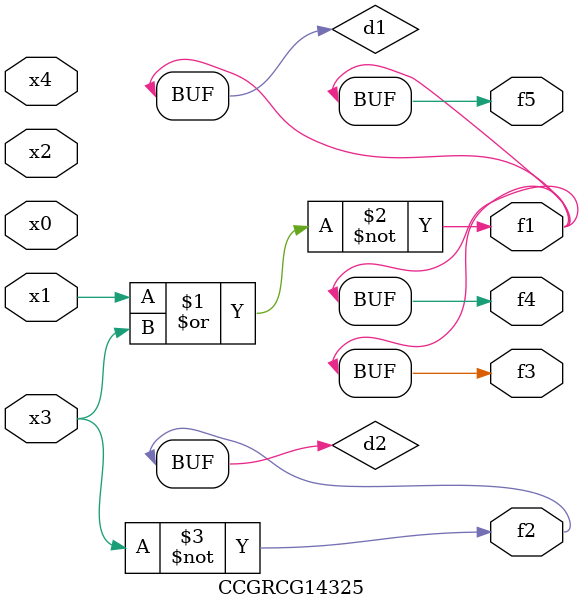
<source format=v>
module CCGRCG14325(
	input x0, x1, x2, x3, x4,
	output f1, f2, f3, f4, f5
);

	wire d1, d2;

	nor (d1, x1, x3);
	not (d2, x3);
	assign f1 = d1;
	assign f2 = d2;
	assign f3 = d1;
	assign f4 = d1;
	assign f5 = d1;
endmodule

</source>
